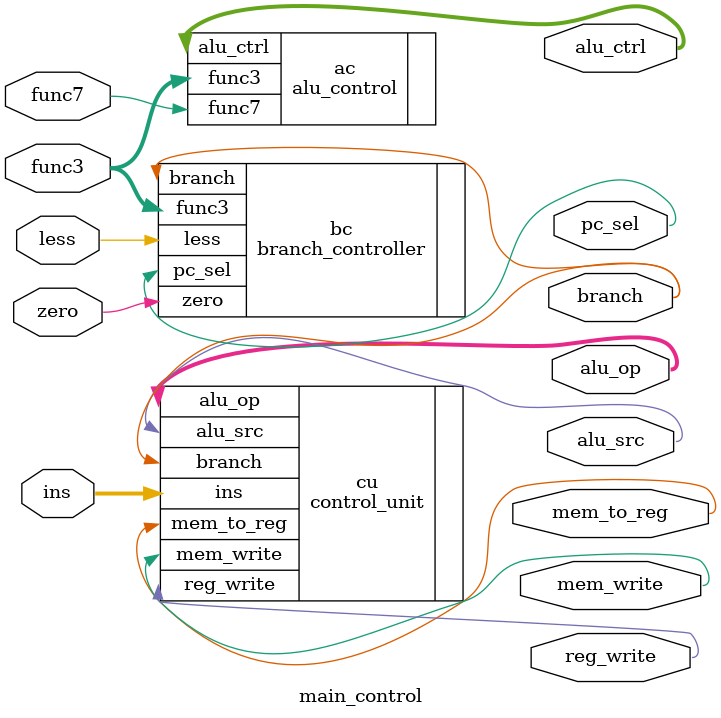
<source format=sv>
`timescale 1ns / 1ps
module main_control(
    input logic [6:0] ins,          // 7-bit instruction opcode
    input logic func7,              // func7 input
    input logic [2:0] func3,        // func3 input
    input logic less,               // Indicates if rs1 < rs2 (signed)
    input logic zero,               // Indicates if rs1 == rs2
    output logic branch,            // Branch control signal
    output logic mem_write,         // Memory write control signal
    output logic mem_to_reg,        // Memory-to-register control signal
    output logic alu_src,           // ALU source control signal
    output logic reg_write,         // Register write control signal
    output logic [1:0] alu_op,      // ALU operation control signal
    output logic [3:0] alu_ctrl,    // ALU control signal
    output logic pc_sel             // Program counter select signal; 1 to branch
);

    // Instantiation of alu_control module
    alu_control ac (
        .func7(func7),            // Connect func7 input
        .func3(func3),            // Connect func3 input
        .alu_ctrl(alu_ctrl)       // Connect ALU control output
    );

    // Instantiation of control_unit module
    control_unit cu (
        .ins(ins),                // Connect instruction opcode
        .branch(branch),          // Connect branch control signal
        .mem_write(mem_write),    // Connect memory write control signal
        .mem_to_reg(mem_to_reg),  // Connect memory-to-register control signal
        .alu_src(alu_src),        // Connect ALU source control signal
        .reg_write(reg_write),    // Connect register write control signal
        .alu_op(alu_op)           // Connect ALU operation control signal
    );

    // Instantiation of branch_controller module
    branch_controller bc (
        .less(less),              // Connect to the signal indicating rs1 < rs2 (signed)
        .zero(zero),              // Connect to the signal indicating rs1 == rs2
        .branch(branch),          // Connect branch enable signal from control_unit
        .func3(func3),            // Connect func3 field from instruction
        .pc_sel(pc_sel)           // Connect to the program counter select output
    );

endmodule
</source>
